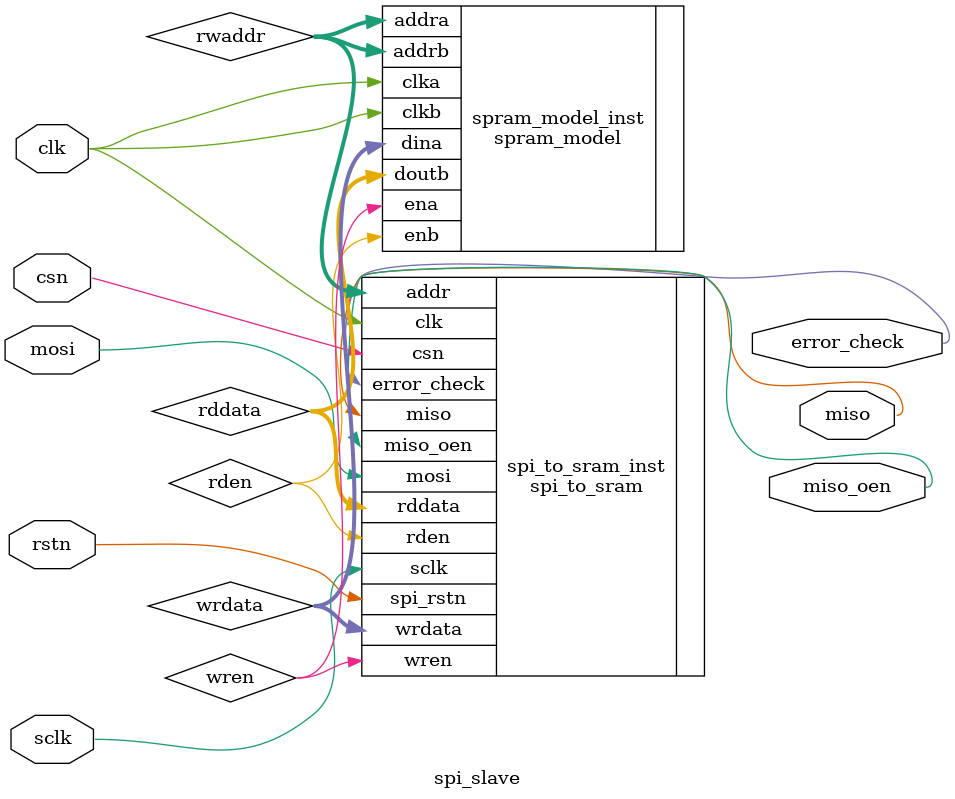
<source format=v>
module spi_slave (
  //system port
   input          clk             // System Main Clock
  ,input          rstn            // Spi Reset active low
  //spi port                      
  ,input          sclk            // Spi Clock
  ,input          csn             // Spi Chip Select active low
  ,input          mosi            // Spi Mosi
  ,output         miso            // Spi Miso
  ,output         miso_oen        // Spi Miso output enable
  //awg read and write signals
  ,output         error_check
  );
 
  
  wire [31 :0] wrdata           ;
  wire         wren             ;
  wire [24 :0] rwaddr           ;
  wire         rden             ;
  wire [31 :0] rddata           ;


//////////////////////////////////////////////////////////////////////////
//spi_interface inst
////////////////////////////////////////////////////////////////////////// 
 spi_to_sram spi_to_sram_inst       (
  //system port                  
   .clk                          ( clk                          )       
  ,.spi_rstn                     ( rstn                         )
  //spi port                                                   
  ,.sclk                         ( sclk                         )
  ,.csn                          ( csn                          )
  ,.mosi                         ( mosi                         )
  ,.miso                         ( miso                         )
  ,.miso_oen                     ( miso_oen                     )
  ,.error_check				     ( error_check                  )
  //data & cmd port                                           
	//output
  ,.addr                         ( rwaddr                         )
  ,.wren                         ( wren                         )
  ,.wrdata                       ( wrdata                       )
  ,.rden                         ( rden                         )
  ,.rddata                       ( rddata                       )

);

 




//////////////////////////////////////////////////////////////////////////
//sram
////////////////////////////////////////////////////////////////////////// 
spram_model #(
	.width(32),
	.depth(33554432)//2^25
)spram_model_inst(
	.clka(clk)
	,.ena(wren)
	,.dina(wrdata)
	,.addra(rwaddr)
	
	,.clkb(clk)
	,.enb(rden)
	,.doutb(rddata)
	,.addrb(rwaddr)
);

endmodule 

</source>
